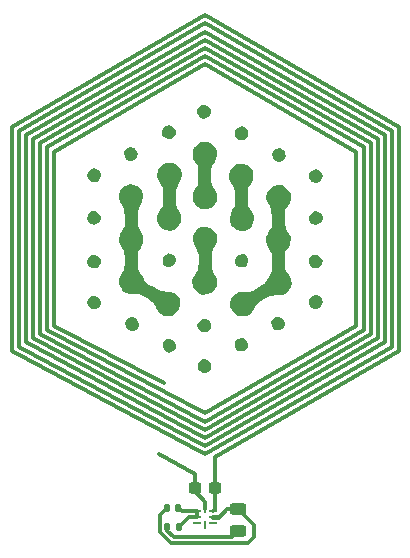
<source format=gbl>
G04 #@! TF.GenerationSoftware,KiCad,Pcbnew,8.0.4*
G04 #@! TF.CreationDate,2025-04-30T00:09:22-04:00*
G04 #@! TF.ProjectId,HDW_BUSINESS_CARD,4844575f-4255-4534-994e-4553535f4341,rev?*
G04 #@! TF.SameCoordinates,Original*
G04 #@! TF.FileFunction,Copper,L2,Bot*
G04 #@! TF.FilePolarity,Positive*
%FSLAX46Y46*%
G04 Gerber Fmt 4.6, Leading zero omitted, Abs format (unit mm)*
G04 Created by KiCad (PCBNEW 8.0.4) date 2025-04-30 00:09:22*
%MOMM*%
%LPD*%
G01*
G04 APERTURE LIST*
G04 Aperture macros list*
%AMRoundRect*
0 Rectangle with rounded corners*
0 $1 Rounding radius*
0 $2 $3 $4 $5 $6 $7 $8 $9 X,Y pos of 4 corners*
0 Add a 4 corners polygon primitive as box body*
4,1,4,$2,$3,$4,$5,$6,$7,$8,$9,$2,$3,0*
0 Add four circle primitives for the rounded corners*
1,1,$1+$1,$2,$3*
1,1,$1+$1,$4,$5*
1,1,$1+$1,$6,$7*
1,1,$1+$1,$8,$9*
0 Add four rect primitives between the rounded corners*
20,1,$1+$1,$2,$3,$4,$5,0*
20,1,$1+$1,$4,$5,$6,$7,0*
20,1,$1+$1,$6,$7,$8,$9,0*
20,1,$1+$1,$8,$9,$2,$3,0*%
G04 Aperture macros list end*
G04 #@! TA.AperFunction,Conductor*
%ADD10C,0.300000*%
G04 #@! TD*
G04 #@! TA.AperFunction,EtchedComponent*
%ADD11C,0.000000*%
G04 #@! TD*
G04 #@! TA.AperFunction,ComponentPad*
%ADD12C,1.500000*%
G04 #@! TD*
G04 #@! TA.AperFunction,SMDPad,CuDef*
%ADD13RoundRect,0.059400X0.295600X0.050600X-0.295600X0.050600X-0.295600X-0.050600X0.295600X-0.050600X0*%
G04 #@! TD*
G04 #@! TA.AperFunction,SMDPad,CuDef*
%ADD14RoundRect,0.059400X0.290600X0.050600X-0.290600X0.050600X-0.290600X-0.050600X0.290600X-0.050600X0*%
G04 #@! TD*
G04 #@! TA.AperFunction,SMDPad,CuDef*
%ADD15RoundRect,0.059400X0.050600X0.290600X-0.050600X0.290600X-0.050600X-0.290600X0.050600X-0.290600X0*%
G04 #@! TD*
G04 #@! TA.AperFunction,SMDPad,CuDef*
%ADD16RoundRect,0.237500X-0.300000X-0.237500X0.300000X-0.237500X0.300000X0.237500X-0.300000X0.237500X0*%
G04 #@! TD*
G04 #@! TA.AperFunction,SMDPad,CuDef*
%ADD17RoundRect,0.140000X0.140000X0.170000X-0.140000X0.170000X-0.140000X-0.170000X0.140000X-0.170000X0*%
G04 #@! TD*
G04 #@! TA.AperFunction,SMDPad,CuDef*
%ADD18RoundRect,0.243750X-0.456250X0.243750X-0.456250X-0.243750X0.456250X-0.243750X0.456250X0.243750X0*%
G04 #@! TD*
G04 #@! TA.AperFunction,ViaPad*
%ADD19C,0.250000*%
G04 #@! TD*
G04 APERTURE END LIST*
D10*
X70900000Y-89200000D02*
X73900000Y-90940000D01*
X75630000Y-89490000D02*
X91190001Y-80488711D01*
X60190000Y-79449481D02*
X74790000Y-87185975D01*
X91190001Y-80488711D02*
X91190001Y-61551623D01*
X60790000Y-79103071D02*
X74789999Y-86493154D01*
X74790000Y-54161539D02*
X60190000Y-62590853D01*
X88790000Y-79103071D02*
X88790000Y-62937263D01*
X91190001Y-61551623D02*
X74790001Y-52083078D01*
X74790001Y-52083078D02*
X58389999Y-61551623D01*
X58389999Y-61551623D02*
X58389999Y-80488711D01*
X58389999Y-80488711D02*
X74789999Y-89264436D01*
X74789999Y-89264436D02*
X90590000Y-80142301D01*
X90590000Y-80142301D02*
X90590000Y-61898033D01*
X90590000Y-61898033D02*
X74790001Y-52775898D01*
X74790001Y-52775898D02*
X58990000Y-61898033D01*
X58990000Y-61898033D02*
X58990000Y-80142301D01*
X58990000Y-80142301D02*
X74790000Y-88571615D01*
X74790000Y-88571615D02*
X89990000Y-79795891D01*
X89990000Y-79795891D02*
X89990000Y-62244443D01*
X89990000Y-62244443D02*
X74790000Y-53468719D01*
X74790000Y-53468719D02*
X59590000Y-62244443D01*
X59590000Y-62244443D02*
X59590000Y-79795891D01*
X59590000Y-79795891D02*
X74790000Y-87878795D01*
X74790000Y-87878795D02*
X89390000Y-79449481D01*
X89390000Y-79449481D02*
X89390000Y-62590853D01*
X89390000Y-62590853D02*
X74790000Y-54161539D01*
X60190000Y-62590853D02*
X60190000Y-79449481D01*
X74790000Y-87185975D02*
X88790000Y-79103071D01*
X88790000Y-62937263D02*
X74790000Y-54854359D01*
X74790000Y-54854359D02*
X60790000Y-62937263D01*
X60790000Y-62937263D02*
X60790000Y-79103071D01*
X74789999Y-86493154D02*
X88189999Y-78756661D01*
X88189999Y-78756661D02*
X88190000Y-63283674D01*
X88190000Y-63283674D02*
X74790001Y-55547180D01*
X74790001Y-55547180D02*
X61390001Y-63283673D01*
X61390001Y-63283673D02*
X61390000Y-78756660D01*
X61390000Y-78756660D02*
X74790000Y-85800334D01*
X74790000Y-85800334D02*
X87590000Y-78410251D01*
X87590000Y-78410251D02*
X87590000Y-63630084D01*
X87590000Y-63630084D02*
X74790000Y-56240000D01*
X74790000Y-56240000D02*
X61990000Y-63630083D01*
X61990000Y-63630083D02*
X61990000Y-78410250D01*
X61990000Y-78410250D02*
X71280000Y-83270000D01*
D11*
G04 #@! TA.AperFunction,EtchedComponent*
G36*
X71900141Y-72270488D02*
G01*
X72104797Y-72375964D01*
X72224015Y-72502226D01*
X72307966Y-72691329D01*
X72316700Y-72902757D01*
X72257964Y-73105787D01*
X72139505Y-73269697D01*
X72010038Y-73350851D01*
X71778431Y-73398050D01*
X71555209Y-73372614D01*
X71399844Y-73295438D01*
X71250496Y-73119977D01*
X71182409Y-72910801D01*
X71194509Y-72694560D01*
X71285720Y-72497902D01*
X71437704Y-72357722D01*
X71673273Y-72263580D01*
X71900141Y-72270488D01*
G37*
G04 #@! TD.AperFunction*
G04 #@! TA.AperFunction,EtchedComponent*
G36*
X71916960Y-61452245D02*
G01*
X72090232Y-61560475D01*
X72218401Y-61717297D01*
X72284405Y-61905318D01*
X72271181Y-62107144D01*
X72235203Y-62197128D01*
X72080787Y-62409099D01*
X71889605Y-62532072D01*
X71674739Y-62560510D01*
X71493540Y-62511000D01*
X71285073Y-62376254D01*
X71169496Y-62199639D01*
X71139574Y-62010145D01*
X71184586Y-61761878D01*
X71316348Y-61569516D01*
X71503360Y-61451129D01*
X71715649Y-61409998D01*
X71916960Y-61452245D01*
G37*
G04 #@! TD.AperFunction*
G04 #@! TA.AperFunction,EtchedComponent*
G36*
X65563430Y-72414764D02*
G01*
X65666173Y-72470804D01*
X65858260Y-72639553D01*
X65949853Y-72822520D01*
X65944890Y-73029471D01*
X65922281Y-73105975D01*
X65797827Y-73327793D01*
X65617987Y-73469990D01*
X65398559Y-73523813D01*
X65212157Y-73499411D01*
X65018518Y-73397596D01*
X64877179Y-73233595D01*
X64802911Y-73035174D01*
X64810487Y-72830100D01*
X64828241Y-72777769D01*
X64962151Y-72561779D01*
X65141724Y-72424737D01*
X65348353Y-72373460D01*
X65563430Y-72414764D01*
G37*
G04 #@! TD.AperFunction*
G04 #@! TA.AperFunction,EtchedComponent*
G36*
X65647932Y-68750219D02*
G01*
X65816295Y-68885212D01*
X65931397Y-69087916D01*
X65953323Y-69166088D01*
X65948988Y-69365859D01*
X65862237Y-69550508D01*
X65715145Y-69702191D01*
X65529788Y-69803068D01*
X65328239Y-69835298D01*
X65169671Y-69799445D01*
X64975453Y-69665841D01*
X64849757Y-69479177D01*
X64801495Y-69265095D01*
X64839575Y-69049236D01*
X64880868Y-68968316D01*
X65042778Y-68791986D01*
X65239225Y-68699559D01*
X65448259Y-68686986D01*
X65647932Y-68750219D01*
G37*
G04 #@! TD.AperFunction*
G04 #@! TA.AperFunction,EtchedComponent*
G36*
X68703383Y-77672959D02*
G01*
X68885155Y-77746928D01*
X69035245Y-77886279D01*
X69133687Y-78092535D01*
X69145942Y-78144554D01*
X69143793Y-78368208D01*
X69058092Y-78561789D01*
X68908799Y-78709760D01*
X68715872Y-78796583D01*
X68499271Y-78806719D01*
X68351377Y-78763112D01*
X68155340Y-78626916D01*
X68045129Y-78431459D01*
X68018025Y-78230563D01*
X68058749Y-78000457D01*
X68167611Y-77828121D01*
X68324647Y-77715078D01*
X68509892Y-77662850D01*
X68703383Y-77672959D01*
G37*
G04 #@! TD.AperFunction*
G04 #@! TA.AperFunction,EtchedComponent*
G36*
X74946475Y-59753506D02*
G01*
X75122170Y-59888696D01*
X75238312Y-60076972D01*
X75261682Y-60161246D01*
X75258518Y-60387530D01*
X75173363Y-60581985D01*
X75026416Y-60730642D01*
X74837873Y-60819532D01*
X74627934Y-60834684D01*
X74416795Y-60762129D01*
X74404078Y-60754399D01*
X74227177Y-60591880D01*
X74133443Y-60393858D01*
X74120266Y-60183175D01*
X74185036Y-59982676D01*
X74325144Y-59815205D01*
X74523607Y-59708176D01*
X74738022Y-59687850D01*
X74946475Y-59753506D01*
G37*
G04 #@! TD.AperFunction*
G04 #@! TA.AperFunction,EtchedComponent*
G36*
X74972322Y-81272844D02*
G01*
X75147054Y-81405673D01*
X75262221Y-81585626D01*
X75303605Y-81800427D01*
X75260098Y-82003968D01*
X75148957Y-82178146D01*
X74987435Y-82304853D01*
X74792787Y-82365984D01*
X74582269Y-82343434D01*
X74550974Y-82331951D01*
X74332780Y-82197504D01*
X74198643Y-82015857D01*
X74151767Y-81806059D01*
X74195357Y-81587155D01*
X74332616Y-81378192D01*
X74382324Y-81329391D01*
X74564769Y-81227368D01*
X74769831Y-81210964D01*
X74972322Y-81272844D01*
G37*
G04 #@! TD.AperFunction*
G04 #@! TA.AperFunction,EtchedComponent*
G36*
X84374343Y-68734801D02*
G01*
X84556178Y-68855699D01*
X84683606Y-69024297D01*
X84717575Y-69121567D01*
X84721826Y-69347927D01*
X84644020Y-69545764D01*
X84503738Y-69700813D01*
X84320557Y-69798807D01*
X84114058Y-69825480D01*
X83903818Y-69766567D01*
X83863748Y-69743700D01*
X83684418Y-69579552D01*
X83590191Y-69380526D01*
X83578811Y-69169139D01*
X83648023Y-68967908D01*
X83795570Y-68799350D01*
X83967986Y-68703351D01*
X84168235Y-68678415D01*
X84374343Y-68734801D01*
G37*
G04 #@! TD.AperFunction*
G04 #@! TA.AperFunction,EtchedComponent*
G36*
X81226312Y-63371385D02*
G01*
X81389999Y-63473144D01*
X81511548Y-63623148D01*
X81582801Y-63803216D01*
X81595598Y-63995170D01*
X81541779Y-64180828D01*
X81413187Y-64342011D01*
X81274260Y-64430565D01*
X81113376Y-64495853D01*
X80987358Y-64506340D01*
X80842776Y-64463167D01*
X80790060Y-64440910D01*
X80594283Y-64306754D01*
X80483656Y-64112042D01*
X80456708Y-63914979D01*
X80498506Y-63674702D01*
X80625383Y-63494770D01*
X80805162Y-63385325D01*
X81028646Y-63336052D01*
X81226312Y-63371385D01*
G37*
G04 #@! TD.AperFunction*
G04 #@! TA.AperFunction,EtchedComponent*
G36*
X84283049Y-75787291D02*
G01*
X84491180Y-75901638D01*
X84556792Y-75961106D01*
X84682652Y-76146156D01*
X84722101Y-76343475D01*
X84688074Y-76536445D01*
X84593505Y-76708449D01*
X84451328Y-76842869D01*
X84274476Y-76923088D01*
X84075884Y-76932488D01*
X83868485Y-76854453D01*
X83863748Y-76851519D01*
X83684377Y-76686513D01*
X83591246Y-76484664D01*
X83584582Y-76268521D01*
X83664613Y-76060634D01*
X83831567Y-75883554D01*
X83853828Y-75867883D01*
X84068650Y-75775781D01*
X84283049Y-75787291D01*
G37*
G04 #@! TD.AperFunction*
G04 #@! TA.AperFunction,EtchedComponent*
G36*
X84366288Y-72425920D02*
G01*
X84547470Y-72544403D01*
X84671530Y-72715581D01*
X84724400Y-72917946D01*
X84692007Y-73129983D01*
X84667448Y-73184887D01*
X84516985Y-73380490D01*
X84319740Y-73496902D01*
X84097346Y-73523871D01*
X83994211Y-73503911D01*
X83781881Y-73394383D01*
X83641463Y-73226863D01*
X83577725Y-73023472D01*
X83595436Y-72806330D01*
X83699368Y-72597558D01*
X83779564Y-72508423D01*
X83921543Y-72414740D01*
X84103002Y-72382285D01*
X84142055Y-72381646D01*
X84366288Y-72425920D01*
G37*
G04 #@! TD.AperFunction*
G04 #@! TA.AperFunction,EtchedComponent*
G36*
X65567340Y-65099884D02*
G01*
X65752426Y-65216374D01*
X65890022Y-65393199D01*
X65926281Y-65479216D01*
X65949547Y-65694757D01*
X65887945Y-65893252D01*
X65760493Y-66057371D01*
X65586213Y-66169785D01*
X65384124Y-66213163D01*
X65173247Y-66170175D01*
X65169671Y-66168585D01*
X64957401Y-66028499D01*
X64829781Y-65846342D01*
X64792502Y-65638897D01*
X64851249Y-65422945D01*
X64892986Y-65352222D01*
X65008145Y-65216646D01*
X65135614Y-65113772D01*
X65160418Y-65100227D01*
X65361194Y-65056809D01*
X65567340Y-65099884D01*
G37*
G04 #@! TD.AperFunction*
G04 #@! TA.AperFunction,EtchedComponent*
G36*
X65636332Y-75907395D02*
G01*
X65733737Y-75962504D01*
X65882636Y-76136025D01*
X65946119Y-76337062D01*
X65930905Y-76543772D01*
X65843716Y-76734311D01*
X65691273Y-76886834D01*
X65480296Y-76979498D01*
X65417289Y-76991010D01*
X65275866Y-76997614D01*
X65163990Y-76960136D01*
X65034233Y-76861851D01*
X65022877Y-76851930D01*
X64864336Y-76655591D01*
X64798621Y-76440126D01*
X64825130Y-76225478D01*
X64943265Y-76031591D01*
X65050343Y-75938728D01*
X65223783Y-75871160D01*
X65435150Y-75861274D01*
X65636332Y-75907395D01*
G37*
G04 #@! TD.AperFunction*
G04 #@! TA.AperFunction,EtchedComponent*
G36*
X78006399Y-79444539D02*
G01*
X78187895Y-79542441D01*
X78328242Y-79704127D01*
X78407704Y-79921179D01*
X78418437Y-80046859D01*
X78371072Y-80224887D01*
X78247735Y-80386454D01*
X78076561Y-80505758D01*
X77885687Y-80556994D01*
X77861832Y-80557327D01*
X77698876Y-80541290D01*
X77564622Y-80506676D01*
X77551920Y-80501046D01*
X77395332Y-80372120D01*
X77301559Y-80186182D01*
X77275324Y-79973113D01*
X77321347Y-79762798D01*
X77412367Y-79617721D01*
X77598900Y-79473761D01*
X77803489Y-79418840D01*
X78006399Y-79444539D01*
G37*
G04 #@! TD.AperFunction*
G04 #@! TA.AperFunction,EtchedComponent*
G36*
X78049680Y-72328458D02*
G01*
X78203413Y-72420649D01*
X78343175Y-72575679D01*
X78435601Y-72753673D01*
X78449172Y-72805912D01*
X78439388Y-73007949D01*
X78351378Y-73208927D01*
X78203432Y-73367655D01*
X78198053Y-73371477D01*
X78024613Y-73439045D01*
X77813246Y-73448931D01*
X77612064Y-73402810D01*
X77514659Y-73347701D01*
X77402765Y-73221455D01*
X77323121Y-73067781D01*
X77300830Y-72852147D01*
X77363680Y-72648994D01*
X77492886Y-72477436D01*
X77669664Y-72356587D01*
X77875229Y-72305562D01*
X78049680Y-72328458D01*
G37*
G04 #@! TD.AperFunction*
G04 #@! TA.AperFunction,EtchedComponent*
G36*
X81210817Y-77684350D02*
G01*
X81308222Y-77739459D01*
X81456259Y-77912526D01*
X81519577Y-78113719D01*
X81504986Y-78320677D01*
X81419292Y-78511040D01*
X81269303Y-78662447D01*
X81061827Y-78752537D01*
X80996464Y-78763491D01*
X80837085Y-78762716D01*
X80706591Y-78730855D01*
X80692540Y-78723383D01*
X80505502Y-78559051D01*
X80399340Y-78356838D01*
X80375573Y-78139352D01*
X80435721Y-77929199D01*
X80581302Y-77748985D01*
X80624829Y-77715683D01*
X80798269Y-77648115D01*
X81009636Y-77638229D01*
X81210817Y-77684350D01*
G37*
G04 #@! TD.AperFunction*
G04 #@! TA.AperFunction,EtchedComponent*
G36*
X71821474Y-79489453D02*
G01*
X72004915Y-79567363D01*
X72168413Y-79698284D01*
X72265375Y-79835223D01*
X72322582Y-79978466D01*
X72325532Y-80100056D01*
X72291507Y-80225288D01*
X72193618Y-80400858D01*
X72040610Y-80549937D01*
X71865770Y-80645225D01*
X71754856Y-80665391D01*
X71637906Y-80636828D01*
X71493878Y-80566134D01*
X71462071Y-80545847D01*
X71271994Y-80368449D01*
X71177452Y-80160413D01*
X71176754Y-79958540D01*
X71253542Y-79785962D01*
X71398514Y-79625212D01*
X71577682Y-79510175D01*
X71652489Y-79484253D01*
X71821474Y-79489453D01*
G37*
G04 #@! TD.AperFunction*
G04 #@! TA.AperFunction,EtchedComponent*
G36*
X68710397Y-63291585D02*
G01*
X68814494Y-63370031D01*
X68878959Y-63432745D01*
X68997414Y-63569148D01*
X69051519Y-63694483D01*
X69063293Y-63836584D01*
X69047201Y-63996682D01*
X68983903Y-64123661D01*
X68885597Y-64233786D01*
X68749143Y-64350362D01*
X68619400Y-64401913D01*
X68488396Y-64411481D01*
X68328298Y-64395390D01*
X68201319Y-64332092D01*
X68091194Y-64233786D01*
X67953378Y-64035055D01*
X67907847Y-63825069D01*
X67947128Y-63623800D01*
X68063752Y-63451215D01*
X68250248Y-63327285D01*
X68449482Y-63276043D01*
X68604542Y-63266026D01*
X68710397Y-63291585D01*
G37*
G04 #@! TD.AperFunction*
G04 #@! TA.AperFunction,EtchedComponent*
G36*
X84356846Y-65189715D02*
G01*
X84546810Y-65313946D01*
X84682975Y-65492749D01*
X84741447Y-65703012D01*
X84742110Y-65728536D01*
X84702895Y-65892193D01*
X84604768Y-66062694D01*
X84476291Y-66197273D01*
X84399167Y-66242002D01*
X84146446Y-66288498D01*
X83903743Y-66241123D01*
X83847633Y-66214406D01*
X83737620Y-66119997D01*
X83638714Y-65979928D01*
X83572453Y-65832231D01*
X83560378Y-65714938D01*
X83561824Y-65709768D01*
X83589319Y-65607004D01*
X83614190Y-65500263D01*
X83688460Y-65368056D01*
X83830335Y-65248326D01*
X84003612Y-65165802D01*
X84136975Y-65143168D01*
X84356846Y-65189715D01*
G37*
G04 #@! TD.AperFunction*
G04 #@! TA.AperFunction,EtchedComponent*
G36*
X74940556Y-77830863D02*
G01*
X75060760Y-77921067D01*
X75071232Y-77930372D01*
X75192601Y-78067746D01*
X75253247Y-78228629D01*
X75268279Y-78326889D01*
X75278295Y-78481949D01*
X75252736Y-78587804D01*
X75174291Y-78691900D01*
X75111577Y-78756366D01*
X74975173Y-78874821D01*
X74849838Y-78928925D01*
X74707737Y-78940699D01*
X74547640Y-78924608D01*
X74420661Y-78861310D01*
X74310535Y-78763004D01*
X74193195Y-78625041D01*
X74141713Y-78493745D01*
X74132840Y-78371853D01*
X74179236Y-78137348D01*
X74310167Y-77955212D01*
X74513246Y-77838674D01*
X74662748Y-77805945D01*
X74825706Y-77797917D01*
X74940556Y-77830863D01*
G37*
G04 #@! TD.AperFunction*
G04 #@! TA.AperFunction,EtchedComponent*
G36*
X78119932Y-61579874D02*
G01*
X78289040Y-61702810D01*
X78313093Y-61730749D01*
X78393668Y-61904928D01*
X78416845Y-62118655D01*
X78381216Y-62323680D01*
X78333211Y-62419365D01*
X78221664Y-62524074D01*
X78061191Y-62618493D01*
X77900148Y-62677009D01*
X77832152Y-62684744D01*
X77740228Y-62663558D01*
X77609984Y-62615120D01*
X77604223Y-62612629D01*
X77456829Y-62499646D01*
X77339310Y-62321482D01*
X77274608Y-62117253D01*
X77268642Y-62040484D01*
X77309648Y-61901611D01*
X77413374Y-61746339D01*
X77550881Y-61608516D01*
X77693230Y-61521988D01*
X77718707Y-61514072D01*
X77914387Y-61511335D01*
X78119932Y-61579874D01*
G37*
G04 #@! TD.AperFunction*
G04 #@! TA.AperFunction,EtchedComponent*
G36*
X72014705Y-64607377D02*
G01*
X72289193Y-64722551D01*
X72526505Y-64918964D01*
X72705093Y-65184253D01*
X72798806Y-65442351D01*
X72815339Y-65693732D01*
X72752189Y-65959504D01*
X72606849Y-66260773D01*
X72569894Y-66323508D01*
X72455765Y-66530083D01*
X72377132Y-66724224D01*
X72329233Y-66931416D01*
X72307304Y-67177148D01*
X72306581Y-67486904D01*
X72313550Y-67695084D01*
X72325525Y-67946103D01*
X72342305Y-68123810D01*
X72372074Y-68259361D01*
X72423017Y-68383916D01*
X72503317Y-68528634D01*
X72555280Y-68615383D01*
X72670103Y-68816455D01*
X72736528Y-68969994D01*
X72767002Y-69113456D01*
X72773992Y-69273521D01*
X72727507Y-69603473D01*
X72596934Y-69884809D01*
X72395595Y-70106819D01*
X72136814Y-70258792D01*
X71833913Y-70330019D01*
X71500216Y-70309790D01*
X71488035Y-70307271D01*
X71247571Y-70210353D01*
X71020547Y-70038506D01*
X70838680Y-69819720D01*
X70759097Y-69664010D01*
X70695177Y-69412326D01*
X70697229Y-69352943D01*
X71191168Y-69352943D01*
X71244874Y-69544676D01*
X71363345Y-69696147D01*
X71527640Y-69797084D01*
X71718815Y-69837216D01*
X71917929Y-69806272D01*
X72106040Y-69693981D01*
X72159898Y-69640221D01*
X72278965Y-69439151D01*
X72295595Y-69218672D01*
X72224686Y-69009612D01*
X72087806Y-68841474D01*
X71907944Y-68751170D01*
X71708575Y-68735857D01*
X71513173Y-68792689D01*
X71345214Y-68918823D01*
X71228173Y-69111412D01*
X71221169Y-69131217D01*
X71191168Y-69352943D01*
X70697229Y-69352943D01*
X70703848Y-69161422D01*
X70788870Y-68890131D01*
X70951323Y-68581713D01*
X71179959Y-68203306D01*
X71179959Y-67442757D01*
X71179959Y-66682207D01*
X70950374Y-66302230D01*
X70831811Y-66095726D01*
X70762044Y-65939630D01*
X70729045Y-65799345D01*
X70722186Y-65668433D01*
X71206091Y-65668433D01*
X71238938Y-65818456D01*
X71347904Y-65973008D01*
X71390424Y-66017378D01*
X71511351Y-66128113D01*
X71610803Y-66177292D01*
X71735766Y-66182349D01*
X71814385Y-66174702D01*
X71997799Y-66132699D01*
X72137522Y-66061857D01*
X72156410Y-66045295D01*
X72272840Y-65862233D01*
X72311618Y-65646513D01*
X72275248Y-65430071D01*
X72166232Y-65244841D01*
X72088282Y-65176006D01*
X71931356Y-65113666D01*
X71730701Y-65092715D01*
X71539680Y-65115829D01*
X71464513Y-65144718D01*
X71344436Y-65257931D01*
X71251916Y-65433942D01*
X71207425Y-65631261D01*
X71206091Y-65668433D01*
X70722186Y-65668433D01*
X70720788Y-65641751D01*
X70766016Y-65316314D01*
X70903728Y-65037748D01*
X71136966Y-64799974D01*
X71145196Y-64793618D01*
X71425006Y-64638478D01*
X71720743Y-64577875D01*
X72014705Y-64607377D01*
G37*
G04 #@! TD.AperFunction*
G04 #@! TA.AperFunction,EtchedComponent*
G36*
X74979632Y-70010738D02*
G01*
X75232855Y-70097051D01*
X75456761Y-70242891D01*
X75635964Y-70444482D01*
X75755080Y-70698047D01*
X75798725Y-70999810D01*
X75795430Y-71091038D01*
X75767491Y-71286143D01*
X75705530Y-71469973D01*
X75594886Y-71682641D01*
X75554173Y-71751186D01*
X75334898Y-72113730D01*
X75334898Y-72864378D01*
X75336593Y-73179628D01*
X75345300Y-73414037D01*
X75366450Y-73591279D01*
X75405473Y-73735029D01*
X75467800Y-73868960D01*
X75558863Y-74016747D01*
X75620236Y-74108199D01*
X75754606Y-74391788D01*
X75795936Y-74691171D01*
X75749553Y-74986792D01*
X75620787Y-75259096D01*
X75414965Y-75488528D01*
X75207335Y-75623666D01*
X74913949Y-75728429D01*
X74626680Y-75738274D01*
X74368025Y-75674736D01*
X74137264Y-75545210D01*
X73931589Y-75341282D01*
X73776971Y-75093071D01*
X73714942Y-74917293D01*
X73684461Y-74718833D01*
X73689753Y-74652472D01*
X74185103Y-74652472D01*
X74217060Y-74845339D01*
X74299180Y-75028474D01*
X74410843Y-75158593D01*
X74433353Y-75173550D01*
X74608646Y-75226131D01*
X74818588Y-75222354D01*
X75013142Y-75166809D01*
X75099534Y-75112407D01*
X75236210Y-74931820D01*
X75291597Y-74714645D01*
X75259122Y-74494509D01*
X75232047Y-74434383D01*
X75083118Y-74249047D01*
X74878262Y-74151184D01*
X74715577Y-74133239D01*
X74537467Y-74178239D01*
X74370136Y-74295507D01*
X74243100Y-74456152D01*
X74185878Y-74631281D01*
X74185103Y-74652472D01*
X73689753Y-74652472D01*
X73699427Y-74531162D01*
X73766809Y-74329543D01*
X73893578Y-74089242D01*
X73993876Y-73927357D01*
X74091041Y-73771847D01*
X74154381Y-73648962D01*
X74192238Y-73527677D01*
X74212954Y-73376964D01*
X74224871Y-73165795D01*
X74229247Y-73051911D01*
X74236270Y-72690995D01*
X74224463Y-72411377D01*
X74189929Y-72190902D01*
X74128773Y-72007414D01*
X74037095Y-71838755D01*
X74008210Y-71795229D01*
X73819802Y-71465127D01*
X73727491Y-71160087D01*
X73727784Y-71115419D01*
X74223064Y-71115419D01*
X74298323Y-71321400D01*
X74453693Y-71479611D01*
X74668862Y-71569065D01*
X74905292Y-71573600D01*
X75107014Y-71485454D01*
X75238036Y-71342616D01*
X75318722Y-71124126D01*
X75303621Y-70898784D01*
X75196644Y-70691139D01*
X75121584Y-70611804D01*
X74995941Y-70515861D01*
X74877721Y-70480925D01*
X74724261Y-70488030D01*
X74491948Y-70548804D01*
X74334804Y-70676309D01*
X74239918Y-70880924D01*
X74223064Y-71115419D01*
X73727784Y-71115419D01*
X73729404Y-70868731D01*
X73812203Y-70604243D01*
X73981249Y-70336279D01*
X74197899Y-70146722D01*
X74446769Y-70031797D01*
X74712475Y-69987728D01*
X74979632Y-70010738D01*
G37*
G04 #@! TD.AperFunction*
G04 #@! TA.AperFunction,EtchedComponent*
G36*
X75003385Y-62826566D02*
G01*
X75278689Y-62936729D01*
X75518626Y-63128298D01*
X75688189Y-63366214D01*
X75788469Y-63659025D01*
X75788847Y-63969553D01*
X75690290Y-64288100D01*
X75576191Y-64491017D01*
X75444801Y-64714970D01*
X75356568Y-64938087D01*
X75305672Y-65187181D01*
X75286290Y-65489064D01*
X75290276Y-65808048D01*
X75301376Y-66065769D01*
X75317787Y-66247133D01*
X75345562Y-66380308D01*
X75390756Y-66493463D01*
X75459424Y-66614764D01*
X75465964Y-66625423D01*
X75611773Y-66868274D01*
X75708522Y-67049106D01*
X75765928Y-67192334D01*
X75793708Y-67322375D01*
X75801577Y-67463646D01*
X75801610Y-67468889D01*
X75756791Y-67786663D01*
X75629110Y-68062568D01*
X75433965Y-68285361D01*
X75186759Y-68443801D01*
X74902892Y-68526645D01*
X74597763Y-68522651D01*
X74420289Y-68477229D01*
X74134801Y-68325818D01*
X73916968Y-68103060D01*
X73776844Y-67824835D01*
X73724487Y-67507022D01*
X73726492Y-67454085D01*
X74200595Y-67454085D01*
X74232821Y-67656988D01*
X74341650Y-67831744D01*
X74513479Y-67958167D01*
X74734706Y-68016065D01*
X74780364Y-68017654D01*
X74952230Y-67999014D01*
X75082808Y-67926330D01*
X75155264Y-67857432D01*
X75260285Y-67721468D01*
X75303415Y-67574798D01*
X75308766Y-67461170D01*
X75295560Y-67294720D01*
X75240241Y-67177527D01*
X75138085Y-67072626D01*
X74930162Y-66946570D01*
X74712787Y-66916742D01*
X74506335Y-66979192D01*
X74331178Y-67129967D01*
X74258575Y-67243225D01*
X74200595Y-67454085D01*
X73726492Y-67454085D01*
X73729081Y-67385740D01*
X73765542Y-67172518D01*
X73844045Y-66976824D01*
X73957329Y-66788644D01*
X74158972Y-66484948D01*
X74158972Y-65663626D01*
X74158972Y-64842304D01*
X73949918Y-64538767D01*
X73843123Y-64377203D01*
X73780692Y-64251783D01*
X73750763Y-64122390D01*
X73741475Y-63948903D01*
X73741183Y-63892836D01*
X74198756Y-63892836D01*
X74203476Y-63929551D01*
X74285090Y-64153580D01*
X74433779Y-64311495D01*
X74628987Y-64394164D01*
X74850159Y-64392454D01*
X75057859Y-64309143D01*
X75189577Y-64180759D01*
X75281903Y-64001359D01*
X75318148Y-63812773D01*
X75301485Y-63698457D01*
X75189709Y-63517511D01*
X75012062Y-63370579D01*
X74887455Y-63312893D01*
X74675036Y-63291350D01*
X74480138Y-63356441D01*
X74322579Y-63490297D01*
X74222179Y-63675052D01*
X74198756Y-63892836D01*
X73741183Y-63892836D01*
X73740865Y-63831705D01*
X73744437Y-63619643D01*
X73761234Y-63477542D01*
X73800375Y-63370917D01*
X73870979Y-63265282D01*
X73900684Y-63227341D01*
X74141363Y-62998197D01*
X74417112Y-62855932D01*
X74710323Y-62799178D01*
X75003385Y-62826566D01*
G37*
G04 #@! TD.AperFunction*
G04 #@! TA.AperFunction,EtchedComponent*
G36*
X78013768Y-64653459D02*
G01*
X78284051Y-64729580D01*
X78529436Y-64884702D01*
X78718893Y-65101187D01*
X78797832Y-65236301D01*
X78841580Y-65366843D01*
X78859848Y-65532906D01*
X78862675Y-65694825D01*
X78858325Y-65900243D01*
X78836277Y-66045086D01*
X78783039Y-66173226D01*
X78685118Y-66328529D01*
X78653622Y-66374496D01*
X78444568Y-66677799D01*
X78427906Y-67441327D01*
X78411243Y-68204856D01*
X78596903Y-68464033D01*
X78765778Y-68717236D01*
X78870936Y-68926073D01*
X78922917Y-69119746D01*
X78932257Y-69327455D01*
X78929175Y-69384841D01*
X78864928Y-69703499D01*
X78717236Y-69960935D01*
X78481576Y-70163876D01*
X78359421Y-70232424D01*
X78080339Y-70339379D01*
X77825682Y-70359029D01*
X77562504Y-70291442D01*
X77436051Y-70234350D01*
X77158405Y-70046575D01*
X76969474Y-69809078D01*
X76870971Y-69530071D01*
X76865912Y-69281787D01*
X77333340Y-69281787D01*
X77359286Y-69474793D01*
X77454746Y-69639110D01*
X77602252Y-69762384D01*
X77784336Y-69832265D01*
X77983529Y-69836398D01*
X78182364Y-69762433D01*
X78273888Y-69694369D01*
X78383673Y-69579377D01*
X78433170Y-69463329D01*
X78444568Y-69298107D01*
X78432736Y-69130743D01*
X78382446Y-69015119D01*
X78273888Y-68901844D01*
X78065965Y-68775788D01*
X77848590Y-68745960D01*
X77642137Y-68808410D01*
X77466980Y-68959185D01*
X77394377Y-69072443D01*
X77333340Y-69281787D01*
X76865912Y-69281787D01*
X76864608Y-69217767D01*
X76952099Y-68880379D01*
X77093751Y-68592984D01*
X77294774Y-68255440D01*
X77294774Y-67522453D01*
X77294041Y-67231223D01*
X77289526Y-67022670D01*
X77277759Y-66874944D01*
X77255270Y-66766195D01*
X77218586Y-66674574D01*
X77164238Y-66578231D01*
X77137984Y-66535435D01*
X76988713Y-66287484D01*
X76889485Y-66101439D01*
X76831600Y-65952750D01*
X76806354Y-65816867D01*
X76805104Y-65676051D01*
X77285028Y-65676051D01*
X77317514Y-65879371D01*
X77425648Y-66055116D01*
X77595508Y-66182173D01*
X77813170Y-66239426D01*
X77852776Y-66240699D01*
X78005860Y-66224039D01*
X78131996Y-66159577D01*
X78247427Y-66056318D01*
X78358229Y-65935131D01*
X78390000Y-65837040D01*
X78409981Y-65717226D01*
X78402218Y-65651277D01*
X78328606Y-65424291D01*
X78191348Y-65261298D01*
X78012131Y-65166083D01*
X77812639Y-65142430D01*
X77614559Y-65194123D01*
X77439575Y-65324948D01*
X77342114Y-65466270D01*
X77285028Y-65676051D01*
X76805104Y-65676051D01*
X76805044Y-65669239D01*
X76808867Y-65606958D01*
X76876168Y-65302374D01*
X77019247Y-65050133D01*
X77221327Y-64854677D01*
X77465626Y-64720451D01*
X77735366Y-64651897D01*
X78013768Y-64653459D01*
G37*
G04 #@! TD.AperFunction*
G04 #@! TA.AperFunction,EtchedComponent*
G36*
X81265418Y-66494839D02*
G01*
X81522505Y-66616319D01*
X81747977Y-66793196D01*
X81907809Y-67004184D01*
X81913149Y-67014612D01*
X82013453Y-67259034D01*
X82050561Y-67484702D01*
X82021627Y-67714741D01*
X81923808Y-67972278D01*
X81758261Y-68273811D01*
X81554239Y-68612083D01*
X81555387Y-69294807D01*
X81558621Y-69603230D01*
X81572065Y-69835527D01*
X81603130Y-70020061D01*
X81659225Y-70185193D01*
X81747760Y-70359287D01*
X81876144Y-70570707D01*
X81897588Y-70604691D01*
X81971632Y-70738213D01*
X82007786Y-70864124D01*
X82014740Y-71025342D01*
X82008726Y-71153457D01*
X81988121Y-71352982D01*
X81944895Y-71513295D01*
X81863433Y-71678686D01*
X81770953Y-71827917D01*
X81554239Y-72162666D01*
X81554239Y-72904653D01*
X81555221Y-73199622D01*
X81560040Y-73410231D01*
X81571508Y-73556643D01*
X81592436Y-73659021D01*
X81625636Y-73737528D01*
X81673918Y-73812325D01*
X81682458Y-73824226D01*
X81861216Y-74080654D01*
X81982132Y-74280460D01*
X82055361Y-74446405D01*
X82091058Y-74601251D01*
X82099456Y-74758898D01*
X82053469Y-75087404D01*
X81919007Y-75361609D01*
X81801932Y-75495265D01*
X81667782Y-75614103D01*
X81542603Y-75695573D01*
X81400242Y-75748280D01*
X81214551Y-75780832D01*
X80959377Y-75801836D01*
X80852109Y-75807877D01*
X80273786Y-75838466D01*
X79803416Y-76113466D01*
X79537217Y-76272996D01*
X79343995Y-76402481D01*
X79204235Y-76520563D01*
X79098421Y-76645888D01*
X79007037Y-76797099D01*
X78933412Y-76944606D01*
X78754664Y-77237852D01*
X78538649Y-77436901D01*
X78275187Y-77548514D01*
X77977032Y-77579759D01*
X77756613Y-77563122D01*
X77569324Y-77521795D01*
X77503828Y-77495009D01*
X77229039Y-77297943D01*
X77035006Y-77047665D01*
X76927303Y-76760037D01*
X76921206Y-76640744D01*
X77411284Y-76640744D01*
X77476076Y-76830668D01*
X77603806Y-76977286D01*
X77774998Y-77070612D01*
X77970178Y-77100658D01*
X78169868Y-77057437D01*
X78354593Y-76930963D01*
X78379239Y-76904830D01*
X78494488Y-76714339D01*
X78521511Y-76520162D01*
X78475020Y-76336748D01*
X78369731Y-76178549D01*
X78220358Y-76060014D01*
X78041615Y-75995594D01*
X77848217Y-75999738D01*
X77654878Y-76086897D01*
X77595209Y-76134876D01*
X77497600Y-76262198D01*
X77428906Y-76417502D01*
X77411284Y-76640744D01*
X76921206Y-76640744D01*
X76911504Y-76450920D01*
X76993181Y-76136177D01*
X77011753Y-76094602D01*
X77170091Y-75845422D01*
X77382476Y-75667500D01*
X77658843Y-75556050D01*
X78009127Y-75506283D01*
X78238295Y-75503501D01*
X78435375Y-75506045D01*
X78579661Y-75496469D01*
X78704291Y-75465362D01*
X78842401Y-75403312D01*
X79027129Y-75300907D01*
X79100640Y-75258573D01*
X79380431Y-75094143D01*
X79588190Y-74960234D01*
X79743868Y-74837715D01*
X79809168Y-74768866D01*
X80508972Y-74768866D01*
X80525632Y-74921950D01*
X80590094Y-75048086D01*
X80693353Y-75163517D01*
X80814540Y-75274319D01*
X80912631Y-75322794D01*
X81032445Y-75326070D01*
X81098394Y-75318307D01*
X81310096Y-75253491D01*
X81462778Y-75127875D01*
X81583408Y-74925110D01*
X81609512Y-74710279D01*
X81545536Y-74504937D01*
X81395926Y-74330640D01*
X81283401Y-74258203D01*
X81073620Y-74201118D01*
X80870300Y-74233604D01*
X80694555Y-74341738D01*
X80567498Y-74511598D01*
X80510245Y-74729260D01*
X80508972Y-74768866D01*
X79809168Y-74768866D01*
X79867414Y-74707454D01*
X79978778Y-74550318D01*
X80097909Y-74347176D01*
X80150662Y-74251569D01*
X80430441Y-73740494D01*
X80430509Y-72982675D01*
X80430277Y-72683517D01*
X80424870Y-72462807D01*
X80407313Y-72294480D01*
X80370632Y-72152472D01*
X80307851Y-72010718D01*
X80211997Y-71843155D01*
X80076094Y-71623718D01*
X80059894Y-71597695D01*
X79983469Y-71453801D01*
X79948282Y-71313455D01*
X79944509Y-71141243D01*
X80418384Y-71141243D01*
X80478872Y-71354836D01*
X80628848Y-71542134D01*
X80831137Y-71647355D01*
X81064447Y-71662639D01*
X81211101Y-71625130D01*
X81328531Y-71546726D01*
X81439897Y-71421715D01*
X81452187Y-71403010D01*
X81530552Y-71190769D01*
X81519720Y-70974897D01*
X81429559Y-70781087D01*
X81269937Y-70635035D01*
X81135530Y-70578397D01*
X80907591Y-70562243D01*
X80706423Y-70628759D01*
X80547510Y-70759637D01*
X80446336Y-70936568D01*
X80418384Y-71141243D01*
X79944509Y-71141243D01*
X79944252Y-71129493D01*
X79947017Y-71069566D01*
X79964596Y-70888710D01*
X80004339Y-70738785D01*
X80080545Y-70581125D01*
X80197386Y-70392576D01*
X80430577Y-70034662D01*
X80430577Y-69293832D01*
X80390000Y-68570000D01*
X80237809Y-68272263D01*
X80081338Y-68026049D01*
X79986737Y-67824953D01*
X79942461Y-67639689D01*
X79935266Y-67505503D01*
X80456708Y-67505503D01*
X80494279Y-67744525D01*
X80600588Y-67924739D01*
X80736683Y-68018094D01*
X80974723Y-68064134D01*
X81210523Y-68022714D01*
X81293471Y-67982885D01*
X81451181Y-67837221D01*
X81535953Y-67647914D01*
X81548022Y-67442238D01*
X81487626Y-67247467D01*
X81355001Y-67090875D01*
X81285343Y-67046862D01*
X81052740Y-66973939D01*
X80834497Y-66989431D01*
X80649854Y-67082689D01*
X80518049Y-67243065D01*
X80458321Y-67459909D01*
X80456708Y-67505503D01*
X79935266Y-67505503D01*
X79935222Y-67504684D01*
X79986130Y-67216623D01*
X80123089Y-66950302D01*
X80327686Y-66723776D01*
X80581510Y-66555099D01*
X80866150Y-66462324D01*
X81010741Y-66450044D01*
X81265418Y-66494839D01*
G37*
G04 #@! TD.AperFunction*
G04 #@! TA.AperFunction,EtchedComponent*
G36*
X68741232Y-66426022D02*
G01*
X69020194Y-66532111D01*
X69273475Y-66736443D01*
X69282087Y-66745481D01*
X69445187Y-66989004D01*
X69532287Y-67276474D01*
X69539070Y-67576829D01*
X69461217Y-67859009D01*
X69442200Y-67897420D01*
X69354147Y-68063314D01*
X69248640Y-68261184D01*
X69197183Y-68357366D01*
X69139793Y-68469866D01*
X69101290Y-68569812D01*
X69078554Y-68680888D01*
X69068467Y-68826778D01*
X69067910Y-69031166D01*
X69073295Y-69298107D01*
X69081162Y-69579386D01*
X69092019Y-69779685D01*
X69110226Y-69922543D01*
X69140144Y-70031498D01*
X69186133Y-70130089D01*
X69246214Y-70231595D01*
X69382807Y-70456447D01*
X69472644Y-70619584D01*
X69525425Y-70747258D01*
X69550853Y-70865722D01*
X69558631Y-71001229D01*
X69558949Y-71077826D01*
X69552403Y-71246638D01*
X69525958Y-71384953D01*
X69467836Y-71528046D01*
X69366260Y-71711190D01*
X69323764Y-71782179D01*
X69089424Y-72170188D01*
X69089424Y-72883736D01*
X69089424Y-73597284D01*
X69278231Y-73877942D01*
X69401930Y-74074192D01*
X69519564Y-74280891D01*
X69580064Y-74399945D01*
X69640019Y-74521711D01*
X69700723Y-74618655D01*
X69778300Y-74704338D01*
X69888871Y-74792321D01*
X70048561Y-74896164D01*
X70273492Y-75029428D01*
X70448272Y-75130184D01*
X70688064Y-75266639D01*
X70864999Y-75360087D01*
X71006704Y-75419849D01*
X71140806Y-75455248D01*
X71294933Y-75475605D01*
X71496711Y-75490242D01*
X71519671Y-75491693D01*
X71777159Y-75512800D01*
X71958823Y-75542019D01*
X72093353Y-75585896D01*
X72205142Y-75648120D01*
X72449671Y-75864819D01*
X72610688Y-76123647D01*
X72688811Y-76406739D01*
X72684655Y-76696230D01*
X72598836Y-76974254D01*
X72431969Y-77222948D01*
X72184670Y-77424446D01*
X72143101Y-77448179D01*
X71858333Y-77552965D01*
X71555154Y-77579308D01*
X71270932Y-77524789D01*
X71227551Y-77507463D01*
X71008699Y-77365792D01*
X70807443Y-77152292D01*
X70651895Y-76899127D01*
X70612053Y-76803228D01*
X70539715Y-76639542D01*
X70464510Y-76530360D01*
X71101564Y-76530360D01*
X71144944Y-76758589D01*
X71260729Y-76934210D01*
X71427391Y-77048803D01*
X71623401Y-77093948D01*
X71827230Y-77061224D01*
X72017348Y-76942211D01*
X72055371Y-76903418D01*
X72177873Y-76699338D01*
X72200908Y-76480567D01*
X72124673Y-76263921D01*
X72046592Y-76158499D01*
X71931600Y-76048714D01*
X71815552Y-75999217D01*
X71650330Y-75987819D01*
X71482966Y-75999651D01*
X71367342Y-76049941D01*
X71254067Y-76158499D01*
X71139667Y-76326450D01*
X71101924Y-76506601D01*
X71101564Y-76530360D01*
X70464510Y-76530360D01*
X70440582Y-76495622D01*
X70299154Y-76357342D01*
X70099931Y-76210577D01*
X69827412Y-76041200D01*
X69685512Y-75958860D01*
X69194954Y-75678135D01*
X68724082Y-75675008D01*
X68391931Y-75657696D01*
X68137305Y-75604776D01*
X67936637Y-75507223D01*
X67766362Y-75356015D01*
X67707075Y-75285584D01*
X67538731Y-75009442D01*
X67468790Y-74725317D01*
X67477152Y-74637682D01*
X67973569Y-74637682D01*
X68021037Y-74865752D01*
X68046893Y-74921711D01*
X68180670Y-75077608D01*
X68367050Y-75164847D01*
X68576921Y-75179946D01*
X68781171Y-75119425D01*
X68910523Y-75024967D01*
X69034075Y-74838257D01*
X69070773Y-74633351D01*
X69030063Y-74432696D01*
X68921393Y-74258741D01*
X68754207Y-74133935D01*
X68537954Y-74080725D01*
X68512961Y-74080206D01*
X68291456Y-74125309D01*
X68120145Y-74246938D01*
X68010394Y-74424570D01*
X67973569Y-74637682D01*
X67477152Y-74637682D01*
X67497370Y-74425792D01*
X67624590Y-74103448D01*
X67728882Y-73925720D01*
X67826074Y-73765196D01*
X67894015Y-73619226D01*
X67937004Y-73464469D01*
X67959340Y-73277583D01*
X67965320Y-73035230D01*
X67959243Y-72714069D01*
X67958243Y-72680229D01*
X67939630Y-72061331D01*
X67730577Y-71757826D01*
X67619392Y-71588351D01*
X67556679Y-71456785D01*
X67528678Y-71318632D01*
X67521629Y-71129396D01*
X67521523Y-71081770D01*
X67522220Y-71049770D01*
X67974218Y-71049770D01*
X67981981Y-71115718D01*
X68055208Y-71333587D01*
X68195110Y-71498431D01*
X68378943Y-71599929D01*
X68583966Y-71627761D01*
X68787437Y-71571609D01*
X68869539Y-71518483D01*
X69020888Y-71344063D01*
X69086428Y-71144865D01*
X69073656Y-70942688D01*
X68990067Y-70759332D01*
X68843157Y-70616597D01*
X68640421Y-70536281D01*
X68528384Y-70526296D01*
X68376193Y-70543549D01*
X68249254Y-70609733D01*
X68136772Y-70710677D01*
X68025969Y-70831865D01*
X67977494Y-70929956D01*
X67974218Y-71049770D01*
X67522220Y-71049770D01*
X67525759Y-70887307D01*
X67546420Y-70742484D01*
X67595441Y-70608148D01*
X67684755Y-70445150D01*
X67746585Y-70343374D01*
X67971647Y-69977531D01*
X67955639Y-69243153D01*
X67939630Y-68508775D01*
X67715865Y-68165584D01*
X67545630Y-67862678D01*
X67460482Y-67594969D01*
X67459115Y-67467452D01*
X67967501Y-67467452D01*
X68012567Y-67692403D01*
X68129436Y-67862351D01*
X68296806Y-67969804D01*
X68493375Y-68007273D01*
X68697842Y-67967267D01*
X68888904Y-67842294D01*
X68925521Y-67804340D01*
X69021465Y-67678697D01*
X69056400Y-67560478D01*
X69049295Y-67407017D01*
X68989613Y-67176669D01*
X68863403Y-67020692D01*
X68657722Y-66923710D01*
X68637741Y-66918119D01*
X68408682Y-66903217D01*
X68210887Y-66977646D01*
X68061773Y-67127131D01*
X67978755Y-67337396D01*
X67967501Y-67467452D01*
X67459115Y-67467452D01*
X67457758Y-67340858D01*
X67534796Y-67078745D01*
X67571878Y-66997740D01*
X67746635Y-66725068D01*
X67966761Y-66542050D01*
X68247024Y-66438528D01*
X68422336Y-66412657D01*
X68741232Y-66426022D01*
G37*
G04 #@! TD.AperFunction*
D12*
X68490000Y-67430000D03*
X68530000Y-71060000D03*
X68550000Y-74650000D03*
X71630000Y-76520000D03*
X71740000Y-69310000D03*
X71750000Y-65640000D03*
X74740000Y-74700000D03*
X74750000Y-63850000D03*
X74760000Y-71020000D03*
X74780000Y-67470000D03*
X77830000Y-65700000D03*
X77880000Y-69300000D03*
X77950000Y-76550000D03*
X80980000Y-67510000D03*
X80980000Y-71100000D03*
X81030000Y-74750000D03*
D13*
X75475000Y-94090000D03*
X75475000Y-94590000D03*
D14*
X75475000Y-95090000D03*
D15*
X74780000Y-95285000D03*
D14*
X74085000Y-95090000D03*
X74085000Y-94590000D03*
X74085000Y-94090000D03*
D15*
X74780000Y-93895000D03*
D16*
X73904710Y-92116003D03*
X75629710Y-92116003D03*
D17*
X72545000Y-95440000D03*
X71585000Y-95440000D03*
D18*
X77575000Y-93912500D03*
X77575000Y-95787500D03*
D17*
X72515000Y-93810000D03*
X71555000Y-93810000D03*
D19*
X70900000Y-89200000D03*
X71270000Y-83270000D03*
D10*
X73904710Y-92399710D02*
X74780000Y-93275000D01*
X73904710Y-92116003D02*
X73904710Y-92399710D01*
X75629710Y-93935290D02*
X75475000Y-94090000D01*
X75629710Y-92116003D02*
X75629710Y-93935290D01*
X73904710Y-90944710D02*
X73900000Y-90940000D01*
X73904710Y-92116003D02*
X73904710Y-90944710D01*
X78445000Y-96770000D02*
X78915000Y-96300000D01*
X71897894Y-96770000D02*
X78445000Y-96770000D01*
X78915000Y-96300000D02*
X78915000Y-95252500D01*
X70955000Y-94410000D02*
X70955000Y-95827106D01*
X71555000Y-93810000D02*
X70955000Y-94410000D01*
X70955000Y-95827106D02*
X71897894Y-96770000D01*
X78915000Y-95252500D02*
X77575000Y-93912500D01*
X77092500Y-96270000D02*
X77575000Y-95787500D01*
X72105001Y-96270000D02*
X77092500Y-96270000D01*
X71585000Y-95749999D02*
X72105001Y-96270000D01*
X71585000Y-95440000D02*
X71585000Y-95749999D01*
X73395000Y-94590000D02*
X72545000Y-95440000D01*
X74085000Y-94590000D02*
X73395000Y-94590000D01*
X72795000Y-94090000D02*
X72515000Y-93810000D01*
X74085000Y-94090000D02*
X72795000Y-94090000D01*
X76654326Y-93912500D02*
X77575000Y-93912500D01*
X75936826Y-94630000D02*
X76654326Y-93912500D01*
X75475000Y-94630000D02*
X75936826Y-94630000D01*
X75475000Y-94590000D02*
X75896826Y-94590000D01*
X74085000Y-94090000D02*
X74085000Y-94590000D01*
X74780000Y-93275000D02*
X74780000Y-93895000D01*
X75629710Y-92116003D02*
X75629710Y-89499710D01*
M02*

</source>
